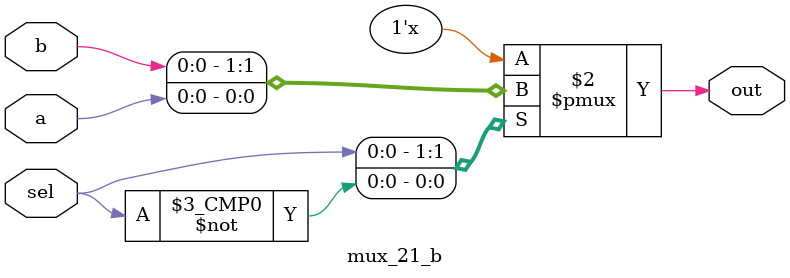
<source format=v>
`timescale 1ns / 1ps


module mux_21_b(
    input a,
    input b,
    input sel,
    output reg out
    );
    
    always @(a, b, sel)
    begin
        case(sel)
        1'b1: out=b;
        1'b0: out=a;
        endcase
    end
    
endmodule

</source>
